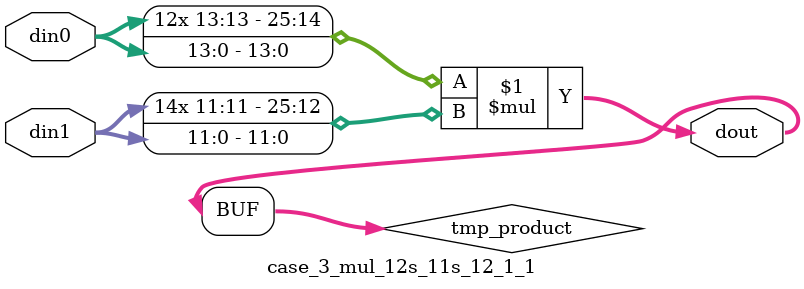
<source format=v>

`timescale 1 ns / 1 ps

 module case_3_mul_12s_11s_12_1_1(din0, din1, dout);
parameter ID = 1;
parameter NUM_STAGE = 0;
parameter din0_WIDTH = 14;
parameter din1_WIDTH = 12;
parameter dout_WIDTH = 26;

input [din0_WIDTH - 1 : 0] din0; 
input [din1_WIDTH - 1 : 0] din1; 
output [dout_WIDTH - 1 : 0] dout;

wire signed [dout_WIDTH - 1 : 0] tmp_product;



























assign tmp_product = $signed(din0) * $signed(din1);








assign dout = tmp_product;





















endmodule

</source>
